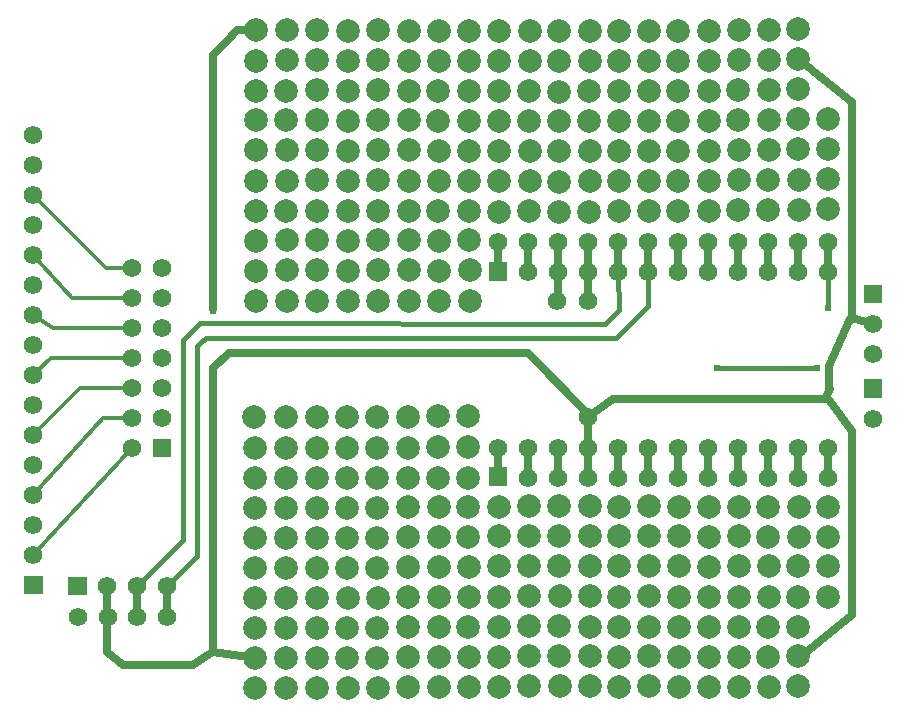
<source format=gtl>
G04 Layer: TopLayer*
G04 EasyEDA v6.4.31, 2022-02-01 10:24:13*
G04 a2bdee3bbafc4a89820f5aeefba6b781,658f5e24285b455797eae137c281a567,10*
G04 Gerber Generator version 0.2*
G04 Scale: 100 percent, Rotated: No, Reflected: No *
G04 Dimensions in millimeters *
G04 leading zeros omitted , absolute positions ,4 integer and 5 decimal *
%FSLAX45Y45*%
%MOMM*%

%ADD11C,0.6350*%
%ADD12C,0.3048*%
%ADD13C,0.4064*%
%ADD14C,0.6198*%
%ADD15R,1.5748X1.5748*%
%ADD16C,1.5748*%
%ADD17C,2.0000*%

%LPD*%
D11*
X1690623Y-5501030D02*
G01*
X1542694Y-5596940D01*
X4857394Y-2269540D02*
G01*
X4880152Y-2259584D01*
X4880152Y-2536444D01*
X4857394Y-2532887D01*
D12*
X184404Y-2640837D02*
G01*
X184404Y-2640837D01*
X347979Y-2748787D01*
X1020063Y-2749042D01*
X1020063Y-3003042D02*
G01*
X329996Y-3004108D01*
X184404Y-3148837D01*
X184404Y-3656837D02*
G01*
X184404Y-3656837D01*
X583590Y-3257702D01*
X770128Y-3257042D01*
X1020063Y-3257042D01*
X184404Y-4164837D02*
G01*
X184404Y-4164837D01*
X184404Y-4164837D01*
X770128Y-3511042D01*
X1020063Y-3511042D01*
X1020063Y-3765042D02*
G01*
X184404Y-4672837D01*
X184404Y-4672837D01*
X184404Y-4672837D01*
X1020063Y-2495042D02*
G01*
X511987Y-2496007D01*
X511987Y-2496007D01*
X511987Y-2496007D01*
X511987Y-2496007D01*
X184404Y-2132837D01*
X184404Y-2132837D01*
X184404Y-2132837D01*
X184404Y-1624837D02*
G01*
X184404Y-1624837D01*
X799795Y-2240076D01*
X1020063Y-2241042D01*
D13*
X5389118Y-2274570D02*
G01*
X5389118Y-2564637D01*
X5120894Y-2833370D01*
X1643735Y-2833370D01*
X1604518Y-2872486D01*
X1573529Y-2903194D01*
X1570228Y-4679187D01*
X1318768Y-4934712D01*
X1064768Y-4934712D02*
G01*
X1427226Y-4571237D01*
X1451660Y-4548428D01*
X1451660Y-2853639D01*
X1592681Y-2711450D01*
X5021326Y-2713228D01*
X5138928Y-2595626D01*
X5135626Y-2274570D01*
D11*
X1703578Y-3252723D02*
G01*
X1703578Y-3091942D01*
X1845055Y-2961894D01*
X4368927Y-2963113D01*
X4878425Y-3477158D01*
X4878425Y-3763263D01*
X7110476Y-2680715D02*
G01*
X7102602Y-2677160D01*
X6921804Y-3075355D01*
X6921804Y-3269081D01*
X1532940Y-5603443D02*
G01*
X946150Y-5603494D01*
X811276Y-5493004D01*
X810768Y-4934712D01*
X1703628Y-3256076D02*
G01*
X1704339Y-3592829D01*
X1704339Y-5495544D01*
X2060955Y-5543550D01*
X7111745Y-852931D02*
G01*
X7112000Y-2526284D01*
X7112000Y-2664358D01*
X7297318Y-2719628D01*
X7298944Y-2724505D01*
X1705254Y-2592831D02*
G01*
X1704086Y-2383536D01*
X1704086Y-438912D01*
X1825497Y-316992D01*
X1912365Y-229870D01*
X2067560Y-231394D01*
X6653276Y-478993D02*
G01*
X6676136Y-485597D01*
X6825487Y-606247D01*
X7111745Y-838149D01*
X7112000Y-5177536D02*
G01*
X6666204Y-5543422D01*
X6666204Y-5527420D01*
X7112000Y-5177536D02*
G01*
X7112254Y-3624402D01*
X6920737Y-3363417D01*
X4627930Y-2274315D02*
G01*
X4627930Y-2274315D01*
X4626559Y-2537764D01*
X4623358Y-2534412D01*
X4880102Y-3503168D02*
G01*
X5088128Y-3348736D01*
X6886879Y-3348736D01*
X6925767Y-3266465D01*
X6915150Y-4009644D02*
G01*
X6915150Y-3755644D01*
X6658305Y-4009644D02*
G01*
X6658305Y-3755644D01*
X6406337Y-4009644D02*
G01*
X6406337Y-3755644D01*
X6151118Y-4009237D02*
G01*
X6151118Y-3755237D01*
X5897575Y-4008526D02*
G01*
X5897575Y-3754526D01*
X5643930Y-4009644D02*
G01*
X5643930Y-3755644D01*
X5388711Y-4010863D02*
G01*
X5388711Y-3756863D01*
X5135118Y-4008018D02*
G01*
X5135118Y-3754018D01*
X4881524Y-4009644D02*
G01*
X4881524Y-3755644D01*
X4626305Y-4009237D02*
G01*
X4626305Y-3755237D01*
X4372711Y-4009644D02*
G01*
X4372711Y-3755644D01*
X4117492Y-4011269D02*
G01*
X4117492Y-3757269D01*
X6912152Y-2273198D02*
G01*
X6912152Y-2019198D01*
X6656933Y-2276449D02*
G01*
X6656933Y-2022449D01*
X6403339Y-2277668D02*
G01*
X6403339Y-2023668D01*
X6149746Y-2276043D02*
G01*
X6149746Y-2022043D01*
X5896152Y-2274823D02*
G01*
X5896152Y-2020823D01*
X5644184Y-2274823D02*
G01*
X5644184Y-2020823D01*
X5388559Y-2262886D02*
G01*
X5388559Y-2008886D01*
X5135371Y-2273198D02*
G01*
X5135422Y-2171954D01*
X5135371Y-2019198D01*
X4880152Y-2274823D02*
G01*
X4880152Y-2020823D01*
X4627930Y-2274315D02*
G01*
X4627930Y-2020315D01*
X4373524Y-2030780D02*
G01*
X4373524Y-2030780D01*
X4373930Y-2274315D01*
X4375404Y-2020671D01*
X4118051Y-2030425D02*
G01*
X4118051Y-2030425D01*
X4116781Y-2293823D01*
X4119930Y-2020315D01*
X1318260Y-5200142D02*
G01*
X1318768Y-4934712D01*
X1064768Y-5193792D02*
G01*
X1064768Y-4934712D01*
D13*
X5970117Y-3087623D02*
G01*
X6819188Y-3088741D01*
X6914235Y-2582773D02*
G01*
X6913879Y-2275078D01*
G36*
X264109Y-5006035D02*
G01*
X264109Y-4848555D01*
X106629Y-4848555D01*
X106629Y-5006035D01*
G37*
D16*
G01*
X184404Y-4672837D03*
G01*
X184404Y-4418837D03*
G01*
X184404Y-4164837D03*
G01*
X184404Y-3910837D03*
G01*
X184404Y-3656837D03*
G01*
X184404Y-3402837D03*
G01*
X184404Y-3148837D03*
G01*
X184404Y-2894837D03*
G01*
X184404Y-2640837D03*
G01*
X184404Y-2386837D03*
G01*
X184404Y-2132837D03*
G01*
X184404Y-1878837D03*
G01*
X184404Y-1624837D03*
G01*
X184404Y-1370837D03*
G01*
X184404Y-1116837D03*
G36*
X478840Y-5012486D02*
G01*
X636320Y-5012486D01*
X636320Y-4855006D01*
X478840Y-4855006D01*
G37*
G01*
X810768Y-4934712D03*
G01*
X1064768Y-4934712D03*
G01*
X1318768Y-4934712D03*
G01*
X7289977Y-2974847D03*
G01*
X7289977Y-2720847D03*
D15*
G01*
X7289977Y-2461158D03*
G01*
X1273098Y-3765219D03*
D16*
G01*
X1020063Y-3765042D03*
G01*
X1274063Y-3511042D03*
G01*
X1020063Y-3511042D03*
G01*
X1274063Y-3257042D03*
G01*
X1020063Y-3257042D03*
G01*
X1274063Y-3003042D03*
G01*
X1020063Y-3003042D03*
G01*
X1274063Y-2749042D03*
G01*
X1020063Y-2749042D03*
G01*
X1274063Y-2495042D03*
G01*
X1020063Y-2495042D03*
G01*
X1274063Y-2241042D03*
G01*
X1020063Y-2241042D03*
G36*
X7213574Y-3186531D02*
G01*
X7213574Y-3344011D01*
X7371054Y-3344011D01*
X7371054Y-3186531D01*
G37*
G01*
X7292594Y-3520694D03*
G01*
X4884165Y-2517902D03*
G01*
X4621529Y-2518155D03*
D17*
G01*
X2589276Y-229107D03*
G01*
X2589276Y-484123D03*
G01*
X2587497Y-739139D03*
G01*
X2588005Y-990854D03*
G01*
X2589276Y-1244854D03*
G01*
X2590037Y-1501139D03*
G01*
X2588260Y-1756155D03*
G01*
X2588768Y-2007870D03*
G01*
X2590037Y-2261870D03*
G01*
X2846578Y-232155D03*
G01*
X2846578Y-487171D03*
G01*
X2844800Y-742187D03*
G01*
X2845307Y-993902D03*
G01*
X2846578Y-1247902D03*
G01*
X2847339Y-1504187D03*
G01*
X2845562Y-1759204D03*
G01*
X2846070Y-2010918D03*
G01*
X2847339Y-2264918D03*
G01*
X3102863Y-229615D03*
G01*
X3102863Y-484631D03*
G01*
X3101086Y-739647D03*
G01*
X3101594Y-991362D03*
G01*
X3102863Y-1245362D03*
G01*
X3103626Y-1501647D03*
G01*
X3101847Y-1756663D03*
G01*
X3102355Y-2008378D03*
G01*
X3103626Y-2262378D03*
G01*
X3366262Y-231902D03*
G01*
X3366262Y-486918D03*
G01*
X3364484Y-741934D03*
G01*
X3364992Y-993647D03*
G01*
X3366262Y-1247647D03*
G01*
X3367023Y-1503934D03*
G01*
X3365245Y-1758950D03*
G01*
X3615181Y-235457D03*
G01*
X3615181Y-490473D03*
G01*
X3613404Y-745489D03*
G01*
X3613912Y-997204D03*
G01*
X3615181Y-1251204D03*
G01*
X3615944Y-1507489D03*
G01*
X3614165Y-1762505D03*
G01*
X3874007Y-233679D03*
G01*
X3874007Y-488695D03*
G01*
X3872229Y-743712D03*
G01*
X3872737Y-995426D03*
G01*
X3874007Y-1249426D03*
G01*
X3874770Y-1505712D03*
G01*
X3872992Y-1760728D03*
G01*
X4126992Y-237236D03*
G01*
X4126992Y-492252D03*
G01*
X4125213Y-747268D03*
G01*
X4125721Y-998981D03*
G01*
X4126992Y-1252981D03*
G01*
X4127754Y-1509268D03*
G01*
X4125976Y-1764284D03*
G01*
X4385818Y-235457D03*
G01*
X4385818Y-490473D03*
G01*
X4384039Y-745489D03*
G01*
X4384547Y-997204D03*
G01*
X4385818Y-1251204D03*
G01*
X4386579Y-1507489D03*
G01*
X4384802Y-1762505D03*
G01*
X4634737Y-239013D03*
G01*
X4634737Y-494029D03*
G01*
X4632960Y-749045D03*
G01*
X4633468Y-1000760D03*
G01*
X4634737Y-1254760D03*
G01*
X4635500Y-1511045D03*
G01*
X4633721Y-1766062D03*
G01*
X4893563Y-237236D03*
G01*
X4893563Y-492252D03*
G01*
X4891786Y-747268D03*
G01*
X4892294Y-998981D03*
G01*
X4893563Y-1252981D03*
G01*
X4894326Y-1509268D03*
G01*
X4892547Y-1764284D03*
G01*
X5146294Y-235457D03*
G01*
X5146294Y-490473D03*
G01*
X5144515Y-745489D03*
G01*
X5145023Y-997204D03*
G01*
X5146294Y-1251204D03*
G01*
X5147055Y-1507489D03*
G01*
X5145278Y-1762505D03*
G01*
X5396484Y-232155D03*
G01*
X5396484Y-487171D03*
G01*
X5394705Y-742187D03*
G01*
X5395213Y-993902D03*
G01*
X5396484Y-1247902D03*
G01*
X5397245Y-1504187D03*
G01*
X5395468Y-1759204D03*
G01*
X5645404Y-235712D03*
G01*
X5645404Y-490728D03*
G01*
X5643626Y-745744D03*
G01*
X5644134Y-997457D03*
G01*
X5645404Y-1251457D03*
G01*
X5646165Y-1507744D03*
G01*
X5644387Y-1762760D03*
G01*
X5904229Y-233934D03*
G01*
X5904229Y-488950D03*
G01*
X5902452Y-743965D03*
G01*
X5902960Y-995679D03*
G01*
X5904229Y-1249679D03*
G01*
X5904992Y-1505965D03*
G01*
X5903213Y-1760981D03*
G01*
X6155689Y-225552D03*
G01*
X6155689Y-480568D03*
G01*
X6153912Y-735584D03*
G01*
X6154420Y-987297D03*
G01*
X6155689Y-1241297D03*
G01*
X6156452Y-1497584D03*
G01*
X6154673Y-1752600D03*
G01*
X6410960Y-227329D03*
G01*
X6410960Y-482345D03*
G01*
X6409181Y-737362D03*
G01*
X6409689Y-989076D03*
G01*
X6410960Y-1243076D03*
G01*
X6662420Y-218947D03*
G01*
X6662420Y-473963D03*
G01*
X6660642Y-728979D03*
G01*
X6661150Y-980694D03*
G01*
X6662420Y-1234694D03*
G01*
X6909562Y-982471D03*
G01*
X6910831Y-1236471D03*
G01*
X2588005Y-3766820D03*
G01*
X2588005Y-4021836D03*
G01*
X2586228Y-4276852D03*
G01*
X2586736Y-4528565D03*
G01*
X2588005Y-4782565D03*
G01*
X2588768Y-5038852D03*
G01*
X2586989Y-5293868D03*
G01*
X2587497Y-5545581D03*
G01*
X2588768Y-5799581D03*
G01*
X2844292Y-3764279D03*
G01*
X2844292Y-4019295D03*
G01*
X2842513Y-4274312D03*
G01*
X2843021Y-4526026D03*
G01*
X2844292Y-4780026D03*
G01*
X2845054Y-5036312D03*
G01*
X2843276Y-5291328D03*
G01*
X2843784Y-5543042D03*
G01*
X2845054Y-5797042D03*
G01*
X3097784Y-3764534D03*
G01*
X3097784Y-4019550D03*
G01*
X3096005Y-4274565D03*
G01*
X3096513Y-4526279D03*
G01*
X3097784Y-4780279D03*
G01*
X3098545Y-5036565D03*
G01*
X3096768Y-5291581D03*
G01*
X3097276Y-5543295D03*
G01*
X3098545Y-5797295D03*
G01*
X3353815Y-4266945D03*
G01*
X3354323Y-4518660D03*
G01*
X3355594Y-4772660D03*
G01*
X3356355Y-5028945D03*
G01*
X3354578Y-5283962D03*
G01*
X3355086Y-5535676D03*
G01*
X3356355Y-5789676D03*
G01*
X3616452Y-4266945D03*
G01*
X3616960Y-4518660D03*
G01*
X3618229Y-4772660D03*
G01*
X3618992Y-5028945D03*
G01*
X3617213Y-5283962D03*
G01*
X3617721Y-5535676D03*
G01*
X3618992Y-5789676D03*
G01*
X3867657Y-4267962D03*
G01*
X3868165Y-4519676D03*
G01*
X3869436Y-4773676D03*
G01*
X3870197Y-5029962D03*
G01*
X3868420Y-5284978D03*
G01*
X3868928Y-5536692D03*
G01*
X3870197Y-5790692D03*
G01*
X4125213Y-4263644D03*
G01*
X4125721Y-4515357D03*
G01*
X4126992Y-4769357D03*
G01*
X4127754Y-5025644D03*
G01*
X4125976Y-5280660D03*
G01*
X4126484Y-5532373D03*
G01*
X4127754Y-5786373D03*
G01*
X4380229Y-4260850D03*
G01*
X4380737Y-4512563D03*
G01*
X4382007Y-4766563D03*
G01*
X4382770Y-5022850D03*
G01*
X4380992Y-5277865D03*
G01*
X4381500Y-5529579D03*
G01*
X4382770Y-5783579D03*
G01*
X4637278Y-4260342D03*
G01*
X4637786Y-4512055D03*
G01*
X4639055Y-4766055D03*
G01*
X4639818Y-5022342D03*
G01*
X4638039Y-5277357D03*
G01*
X4638547Y-5529071D03*
G01*
X4639818Y-5783071D03*
G01*
X4894071Y-4261865D03*
G01*
X4894579Y-4513579D03*
G01*
X4895850Y-4767579D03*
G01*
X4896612Y-5023865D03*
G01*
X4894834Y-5278881D03*
G01*
X4895342Y-5530595D03*
G01*
X4896612Y-5784595D03*
G01*
X5141468Y-4263644D03*
G01*
X5141976Y-4515357D03*
G01*
X5143245Y-4769357D03*
G01*
X5144007Y-5025644D03*
G01*
X5142229Y-5280660D03*
G01*
X5142737Y-5532373D03*
G01*
X5144007Y-5786373D03*
G01*
X5394705Y-4261357D03*
G01*
X5395213Y-4513071D03*
G01*
X5396484Y-4767071D03*
G01*
X5397245Y-5023357D03*
G01*
X5395468Y-5278373D03*
G01*
X5395976Y-5530087D03*
G01*
X5397245Y-5784087D03*
G01*
X5646928Y-4263644D03*
G01*
X5647436Y-4515357D03*
G01*
X5648705Y-4769357D03*
G01*
X5649468Y-5025644D03*
G01*
X5647689Y-5280660D03*
G01*
X5648197Y-5532373D03*
G01*
X5649468Y-5786373D03*
G01*
X5903721Y-4265168D03*
G01*
X5904229Y-4516881D03*
G01*
X5905500Y-4770881D03*
G01*
X5906262Y-5027168D03*
G01*
X5904484Y-5282184D03*
G01*
X5904992Y-5533897D03*
G01*
X5906262Y-5787897D03*
G01*
X6155944Y-4264152D03*
G01*
X6156452Y-4515865D03*
G01*
X6157721Y-4769865D03*
G01*
X6158484Y-5026152D03*
G01*
X6156705Y-5281168D03*
G01*
X6157213Y-5532881D03*
G01*
X6158484Y-5786881D03*
G01*
X6409181Y-4769357D03*
G01*
X6409944Y-5025644D03*
G01*
X6408165Y-5280660D03*
G01*
X6408673Y-5532373D03*
G01*
X6409944Y-5786373D03*
G01*
X6661404Y-4768342D03*
G01*
X6662165Y-5024628D03*
G01*
X6660387Y-5279644D03*
G01*
X6660895Y-5531357D03*
G01*
X6662165Y-5785357D03*
G01*
X6914642Y-4768342D03*
G01*
X6915404Y-5024628D03*
D16*
G01*
X6913879Y-2021078D03*
G01*
X6913879Y-2275078D03*
G01*
X6659879Y-2021078D03*
G01*
X6659879Y-2275078D03*
G01*
X6405879Y-2021078D03*
G01*
X6405879Y-2275078D03*
G01*
X6151879Y-2021078D03*
G01*
X6151879Y-2275078D03*
G01*
X5897879Y-2021078D03*
G01*
X5897879Y-2275078D03*
G01*
X5643879Y-2021078D03*
G01*
X5643879Y-2275078D03*
G01*
X5389879Y-2021078D03*
G01*
X5389879Y-2275078D03*
G01*
X5135879Y-2021078D03*
G01*
X5135879Y-2275078D03*
G01*
X4881879Y-2021078D03*
G01*
X4881879Y-2275078D03*
G01*
X4627879Y-2021078D03*
G01*
X4627879Y-2275078D03*
G01*
X4373879Y-2021078D03*
G01*
X4373879Y-2275078D03*
G01*
X4119879Y-2021078D03*
G36*
X4038701Y-2195677D02*
G01*
X4196181Y-2195677D01*
X4196181Y-2353157D01*
X4038701Y-2353157D01*
G37*
G01*
X6912102Y-3763263D03*
G01*
X6912102Y-4017263D03*
G01*
X6658102Y-3763263D03*
G01*
X6658102Y-4017263D03*
G01*
X6404102Y-3763263D03*
G01*
X6404102Y-4017263D03*
G01*
X6150102Y-3763263D03*
G01*
X6150102Y-4017263D03*
G01*
X5896102Y-3763263D03*
G01*
X5896102Y-4017263D03*
G01*
X5642102Y-3763263D03*
G01*
X5642102Y-4017263D03*
G01*
X5388102Y-3763263D03*
G01*
X5388102Y-4017263D03*
G01*
X5134102Y-3763263D03*
G01*
X5134102Y-4017263D03*
G01*
X4880102Y-3763263D03*
G01*
X4880102Y-4017263D03*
G01*
X4626102Y-3763263D03*
G01*
X4626102Y-4017263D03*
G01*
X4372102Y-3763263D03*
G01*
X4372102Y-4017263D03*
G01*
X4118102Y-3763263D03*
G36*
X4040631Y-3929989D02*
G01*
X4198112Y-3929989D01*
X4198112Y-4087469D01*
X4040631Y-4087469D01*
G37*
G01*
X1064768Y-5200142D03*
G01*
X1318260Y-5200142D03*
G01*
X813054Y-5200142D03*
G01*
X559815Y-5200142D03*
D17*
G01*
X6408165Y-4265676D03*
G01*
X6408673Y-4517389D03*
G01*
X6663436Y-4267200D03*
G01*
X6663944Y-4518913D03*
G01*
X6915658Y-4266184D03*
G01*
X6916165Y-4517897D03*
G01*
X6406134Y-1498600D03*
G01*
X6404355Y-1753615D03*
G01*
X6664960Y-1496821D03*
G01*
X6663181Y-1751837D03*
G01*
X6916420Y-1488439D03*
G01*
X6914642Y-1743455D03*
G01*
X3362705Y-2008123D03*
G01*
X3363976Y-2262123D03*
G01*
X3620007Y-2011171D03*
G01*
X3621278Y-2265171D03*
G01*
X3876294Y-2008631D03*
G01*
X3877563Y-2262631D03*
G01*
X3358134Y-3764279D03*
G01*
X3358134Y-4019295D03*
G01*
X3614420Y-3761739D03*
G01*
X3614420Y-4016755D03*
G01*
X3867912Y-3761994D03*
G01*
X3867912Y-4017010D03*
G01*
X2328671Y-230378D03*
G01*
X2328671Y-485394D03*
G01*
X2326894Y-740410D03*
G01*
X2327402Y-992123D03*
G01*
X2328671Y-1246123D03*
G01*
X2329434Y-1502410D03*
G01*
X2327655Y-1757426D03*
G01*
X2328163Y-2009139D03*
G01*
X2329434Y-2263139D03*
G01*
X2324862Y-3766565D03*
G01*
X2324862Y-4021581D03*
G01*
X2323084Y-4276597D03*
G01*
X2323592Y-4528312D03*
G01*
X2324862Y-4782312D03*
G01*
X2325623Y-5038597D03*
G01*
X2323845Y-5293613D03*
G01*
X2324354Y-5545328D03*
G01*
X2325623Y-5799328D03*
G01*
X2067560Y-231394D03*
G01*
X2067560Y-486410D03*
G01*
X2065781Y-741426D03*
G01*
X2066289Y-993139D03*
G01*
X2067560Y-1247139D03*
G01*
X2068321Y-1503426D03*
G01*
X2066544Y-1758442D03*
G01*
X2067052Y-2010155D03*
G01*
X2068321Y-2264155D03*
G01*
X2061463Y-3764787D03*
G01*
X2061463Y-4019804D03*
G01*
X2059686Y-4274820D03*
G01*
X2060194Y-4526534D03*
G01*
X2061463Y-4780534D03*
G01*
X2062226Y-5036820D03*
G01*
X2060447Y-5291836D03*
G01*
X2060955Y-5543550D03*
G01*
X2062226Y-5797550D03*
G01*
X2590292Y-2522220D03*
G01*
X2847594Y-2525268D03*
G01*
X3103879Y-2522728D03*
G01*
X3364229Y-2522473D03*
G01*
X3621531Y-2525521D03*
G01*
X3877818Y-2522981D03*
G01*
X2329687Y-2523489D03*
G01*
X2068576Y-2524505D03*
G01*
X2583179Y-3503929D03*
G01*
X2839465Y-3501389D03*
G01*
X3092957Y-3501644D03*
G01*
X3353307Y-3501389D03*
G01*
X3609594Y-3498850D03*
G01*
X3863086Y-3499104D03*
G01*
X2320036Y-3503676D03*
G01*
X2056637Y-3501897D03*
D16*
G01*
X4880102Y-3503168D03*
D14*
G01*
X1845055Y-2961894D03*
G01*
X6914387Y-2582926D03*
G01*
X6819137Y-3088639D03*
G01*
X5970015Y-3087623D03*
G01*
X1704086Y-2602484D03*
M02*

</source>
